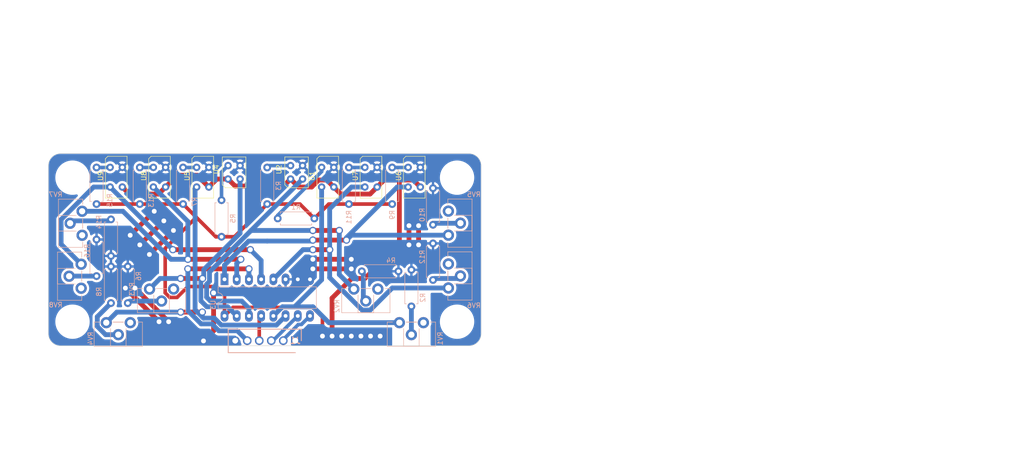
<source format=kicad_pcb>
(kicad_pcb (version 20221018) (generator pcbnew)
  (layers (0 "F.Cu" signal) (31 "B.Cu" signal) (34 "B.Paste" user) (35 "F.Paste" user) (36 "B.SilkS" user "B.Silkscreen") (37 "F.SilkS" user "F.Silkscreen") (38 "B.Mask" user) (39 "F.Mask" user) (44 "Edge.Cuts" user))
  (net 0 "")
  (net 1 "VDD")
  (net 2 "Port_SEL2")
  (net 3 "Port_SEL1")
  (net 4 "Analog_Process")
  (net 5 "Digital_Process")
  (net 6 "GND")
  (net 7 "Net-(R1-Pad2)")
  (net 8 "Net-(R2-Pad1)")
  (net 9 "Net-(R3-Pad2)")
  (net 10 "Net-(R4-Pad1)")
  (net 11 "Net-(R5-Pad2)")
  (net 12 "Net-(R6-Pad1)")
  (net 13 "Net-(R7-Pad2)")
  (net 14 "Net-(R8-Pad1)")
  (net 15 "Net-(R9-Pad2)")
  (net 16 "Net-(R10-Pad1)")
  (net 17 "Net-(R11-Pad2)")
  (net 18 "Net-(R12-Pad1)")
  (net 19 "Net-(R13-Pad2)")
  (net 20 "Net-(R14-Pad1)")
  (net 21 "Net-(R15-Pad2)")
  (net 22 "Net-(R16-Pad1)")
  (net 23 "/Ann_0")
  (net 25 "/Ann_1")
  (net 27 "/Ann_2")
  (net 29 "/Ann_3")
  (net 31 "/Dig_0")
  (net 33 "/Dig_1")
  (net 35 "/Dig_2")
  (net 37 "/Dig_3")
  (footprint "MountingHole:MountingHole_3.2mm_M3" (layer "F.Cu") (at 25 25)
    (fp_text reference "REF**" hide)
    (fp_text value "MountingHole_3.2mm_M3")
    (pad "" np_thru_hole circle (at 0 0) (size 3.2 3.2) (drill 3.2) (layers "F&B.Cu" "*.Mask"))
  )
  (footprint "D4jikkenLibrary:LBR-127HLD" (layer "F.Cu") (at 93.845 29.255 90)
    (fp_text reference "U6" (at 4.6 -1 90 unlocked) (layer "F.SilkS"))
    (fp_text value "LBR-127HLD")
    (pad "1" thru_hole circle (at 6.4 0.98 90) (size 1.524 1.524) (drill 0.762) (layers "*.Cu" "*.Mask") (net 15 "Net-(R9-Pad2)"))
    (pad "2" thru_hole circle (at 6.4 3.52 90) (size 1.524 1.524) (drill 0.762) (layers "*.Cu" "*.Mask") (net 6 "GND"))
    (pad "3" thru_hole circle (at 2.3 0.98 90) (size 1.524 1.524) (drill 0.762) (layers "*.Cu" "*.Mask") (net 31 "/Dig_0"))
    (pad "4" thru_hole circle (at 2.3 3.52 90) (size 1.524 1.524) (drill 0.762) (layers "*.Cu" "*.Mask") (net 1 "VDD"))
  )
  (footprint "MountingHole:MountingHole_3.2mm_M3" (layer "F.Cu") (at 105 55)
    (fp_text reference "REF**" hide)
    (fp_text value "MountingHole_3.2mm_M3" hide)
    (pad "" np_thru_hole circle (at 0 0) (size 3.2 3.2) (drill 3.2) (layers "*.Cu" "*.Mask"))
  )
  (footprint "D4jikkenLibrary:LBR-127HLD" (layer "F.Cu") (at 31.845 29.255 90)
    (fp_text reference "U9" (at 4.6 -1 90 unlocked) (layer "F.SilkS"))
    (fp_text value "LBR-127HLD")
    (pad "1" thru_hole circle (at 6.4 0.98 90) (size 1.524 1.524) (drill 0.762) (layers "*.Cu" "*.Mask") (net 21 "Net-(R15-Pad2)"))
    (pad "2" thru_hole circle (at 6.4 3.52 90) (size 1.524 1.524) (drill 0.762) (layers "*.Cu" "*.Mask") (net 6 "GND"))
    (pad "3" thru_hole circle (at 2.3 0.98 90) (size 1.524 1.524) (drill 0.762) (layers "*.Cu" "*.Mask") (net 37 "/Dig_3"))
    (pad "4" thru_hole circle (at 2.3 3.52 90) (size 1.524 1.524) (drill 0.762) (layers "*.Cu" "*.Mask") (net 1 "VDD"))
  )
  (footprint "D4jikkenLibrary:RPR-220" (layer "F.Cu") (at 55.9625 27.2875 90)
    (fp_text reference "U4" (at 4 -1 90 unlocked) (layer "F.SilkS"))
    (fp_text value "RPR-220")
    (pad "1" thru_hole circle (at 4.8 1.4 270) (size 1.524 1.524) (drill 0.762) (layers "*.Cu" "*.Mask") (net 11 "Net-(R5-Pad2)"))
    (pad "2" thru_hole circle (at 4.8 3.9 270) (size 1.524 1.524) (drill 0.762) (layers "*.Cu" "*.Mask") (net 6 "GND"))
    (pad "3" thru_hole circle (at 2 3.9 270) (size 1.524 1.524) (drill 0.762) (layers "*.Cu" "*.Mask") (net 27 "/Ann_2"))
    (pad "4" thru_hole circle (at 2 1.4 270) (size 1.524 1.524) (drill 0.762) (layers "*.Cu" "*.Mask") (net 1 "VDD"))
  )
  (footprint "D4jikkenLibrary:RPR-220" (layer "F.Cu") (at 68.9625 27.2875 90)
    (fp_text reference "U2" (at 4 -1 90 unlocked) (layer "F.SilkS"))
    (fp_text value "RPR-220")
    (pad "1" thru_hole circle (at 4.8 1.4 270) (size 1.524 1.524) (drill 0.762) (layers "*.Cu" "*.Mask") (net 9 "Net-(R3-Pad2)"))
    (pad "2" thru_hole circle (at 4.8 3.9 270) (size 1.524 1.524) (drill 0.762) (layers "*.Cu" "*.Mask") (net 6 "GND"))
    (pad "3" thru_hole circle (at 2 3.9 270) (size 1.524 1.524) (drill 0.762) (layers "*.Cu" "*.Mask") (net 25 "/Ann_1"))
    (pad "4" thru_hole circle (at 2 1.4 270) (size 1.524 1.524) (drill 0.762) (layers "*.Cu" "*.Mask") (net 1 "VDD"))
  )
  (footprint "D4jikkenLibrary:LBR-127HLD" (layer "F.Cu") (at 49.845 29.255 90)
    (fp_text reference "U5" (at 4.6 -1 90 unlocked) (layer "F.SilkS"))
    (fp_text value "LBR-127HLD")
    (pad "1" thru_hole circle (at 6.4 0.98 90) (size 1.524 1.524) (drill 0.762) (layers "*.Cu" "*.Mask") (net 13 "Net-(R7-Pad2)"))
    (pad "2" thru_hole circle (at 6.4 3.52 90) (size 1.524 1.524) (drill 0.762) (layers "*.Cu" "*.Mask") (net 6 "GND"))
    (pad "3" thru_hole circle (at 2.3 0.98 90) (size 1.524 1.524) (drill 0.762) (layers "*.Cu" "*.Mask") (net 29 "/Ann_3"))
    (pad "4" thru_hole circle (at 2.3 3.52 90) (size 1.524 1.524) (drill 0.762) (layers "*.Cu" "*.Mask") (net 1 "VDD"))
  )
  (footprint "D4jikkenLibrary:LBR-127HLD" (layer "F.Cu") (at 84.845 29.255 90)
    (fp_text reference "U7" (at 4.6 -1 90 unlocked) (layer "F.SilkS"))
    (fp_text value "LBR-127HLD")
    (pad "1" thru_hole circle (at 6.4 0.98 90) (size 1.524 1.524) (drill 0.762) (layers "*.Cu" "*.Mask") (net 17 "Net-(R11-Pad2)"))
    (pad "2" thru_hole circle (at 6.4 3.52 90) (size 1.524 1.524) (drill 0.762) (layers "*.Cu" "*.Mask") (net 6 "GND"))
    (pad "3" thru_hole circle (at 2.3 0.98 90) (size 1.524 1.524) (drill 0.762) (layers "*.Cu" "*.Mask") (net 33 "/Dig_1"))
    (pad "4" thru_hole circle (at 2.3 3.52 90) (size 1.524 1.524) (drill 0.762) (layers "*.Cu" "*.Mask") (net 1 "VDD"))
  )
  (footprint "D4jikkenLibrary:LBR-127HLD" (layer "F.Cu") (at 40.845 29.255 90)
    (fp_text reference "U8" (at 4.6 -1 90 unlocked) (layer "F.SilkS"))
    (fp_text value "LBR-127HLD")
    (pad "1" thru_hole circle (at 6.4 0.98 90) (size 1.524 1.524) (drill 0.762) (layers "*.Cu" "*.Mask") (net 19 "Net-(R13-Pad2)"))
    (pad "2" thru_hole circle (at 6.4 3.52 90) (size 1.524 1.524) (drill 0.762) (layers "*.Cu" "*.Mask") (net 6 "GND"))
    (pad "3" thru_hole circle (at 2.3 0.98 90) (size 1.524 1.524) (drill 0.762) (layers "*.Cu" "*.Mask") (net 35 "/Dig_2"))
    (pad "4" thru_hole circle (at 2.3 3.52 90) (size 1.524 1.524) (drill 0.762) (layers "*.Cu" "*.Mask") (net 1 "VDD"))
  )
  (footprint "D4jikkenLibrary:LBR-127HLD" (layer "F.Cu") (at 75.845 29.255 90)
    (fp_text reference "U1" (at 4.6 -1 90 unlocked) (layer "F.SilkS"))
    (fp_text value "LBR-127HLD")
    (pad "1" thru_hole circle (at 6.4 0.98 90) (size 1.524 1.524) (drill 0.762) (layers "*.Cu" "*.Mask") (net 7 "Net-(R1-Pad2)"))
    (pad "2" thru_hole circle (at 6.4 3.52 90) (size 1.524 1.524) (drill 0.762) (layers "*.Cu" "*.Mask") (net 6 "GND"))
    (pad "3" thru_hole circle (at 2.3 0.98 90) (size 1.524 1.524) (drill 0.762) (layers "*.Cu" "*.Mask") (net 23 "/Ann_0"))
    (pad "4" thru_hole circle (at 2.3 3.52 90) (size 1.524 1.524) (drill 0.762) (layers "*.Cu" "*.Mask") (net 1 "VDD"))
  )
  (footprint "MountingHole:MountingHole_3.2mm_M3" (layer "F.Cu") (at 25 55)
    (fp_text reference "REF**" hide)
    (fp_text value "MountingHole_3.2mm_M3")
    (pad "" np_thru_hole circle (at 0 0) (size 3.2 3.2) (drill 3.2) (layers "F&B.Cu" "*.Mask"))
  )
  (footprint "MountingHole:MountingHole_3.2mm_M3" (layer "F.Cu") (at 105 25)
    (fp_text reference "REF**" hide)
    (fp_text value "MountingHole_3.2mm_M3")
    (pad "" np_thru_hole circle (at 0 0) (size 3.2 3.2) (drill 3.2) (layers "F&B.Cu" "*.Mask"))
  )
  (footprint "Resistor_THT:R_Axial_DIN0207_L6.3mm_D2.5mm_P7.62mm_Horizontal" (layer "B.Cu") (at 75.31 33.5 180)
    (fp_text reference "R1" (at 3.81 2.37) (layer "B.SilkS") (effects (justify mirror)))
    (fp_text value "220")
    (pad "1" thru_hole circle (at 0 0 180) (size 1.6 1.6) (drill 0.8) (layers "*.Cu" "*.Mask") (net 1 "VDD"))
    (pad "2" thru_hole oval (at 7.62 0 180) (size 1.6 1.6) (drill 0.8) (layers "*.Cu" "*.Mask") (net 7 "Net-(R1-Pad2)"))
  )
  (footprint "Potentiometer_THT:Potentiometer_ACP_CA9-H2,5_Horizontal" (layer "B.Cu") (at 103.2 36.975)
    (fp_text reference "RV5" (at 5.3 -8.475) (layer "B.SilkS") (effects (justify mirror)))
    (fp_text value "50k")
    (pad "1" thru_hole circle (at 0 0) (size 2.34 2.34) (drill 1.3) (layers "*.Cu" "*.Mask") (net 31 "/Dig_0"))
    (pad "2" thru_hole circle (at 2.5 -2.5) (size 2.34 2.34) (drill 1.3) (layers "*.Cu" "*.Mask") (net 16 "Net-(R10-Pad1)"))
    (pad "3" thru_hole circle (at 0 -5) (size 2.34 2.34) (drill 1.3) (layers "*.Cu" "*.Mask"))
  )
  (footprint "Resistor_THT:R_Axial_DIN0207_L6.3mm_D2.5mm_P7.62mm_Horizontal" (layer "B.Cu") (at 85.19 44.5)
    (fp_text reference "R4" (at 6.06 -2.25) (layer "B.SilkS") (effects (justify mirror)))
    (fp_text value "100k")
    (pad "1" thru_hole circle (at 0 0) (size 1.6 1.6) (drill 0.8) (layers "*.Cu" "*.Mask") (net 10 "Net-(R4-Pad1)"))
    (pad "2" thru_hole oval (at 7.62 0) (size 1.6 1.6) (drill 0.8) (layers "*.Cu" "*.Mask") (net 6 "GND"))
  )
  (footprint "Potentiometer_THT:Potentiometer_ACP_CA9-H2,5_Horizontal" (layer "B.Cu") (at 41.025 48.2 -90)
    (fp_text reference "RV3" (at 0 3.65 90) (layer "B.SilkS") (effects (justify mirror)))
    (fp_text value "50k")
    (pad "1" thru_hole circle (at 0 0 270) (size 2.34 2.34) (drill 1.3) (layers "*.Cu" "*.Mask") (net 27 "/Ann_2"))
    (pad "2" thru_hole circle (at 2.5 -2.5 270) (size 2.34 2.34) (drill 1.3) (layers "*.Cu" "*.Mask") (net 12 "Net-(R6-Pad1)"))
    (pad "3" thru_hole circle (at 0 -5 270) (size 2.34 2.34) (drill 1.3) (layers "*.Cu" "*.Mask"))
  )
  (footprint "Resistor_THT:R_Axial_DIN0207_L6.3mm_D2.5mm_P7.62mm_Horizontal" (layer "B.Cu") (at 48 30.5 90)
    (fp_text reference "R7" (at 0.5 2.37 90) (layer "B.SilkS") (effects (justify mirror)))
    (fp_text value "220")
    (pad "1" thru_hole circle (at 0 0 90) (size 1.6 1.6) (drill 0.8) (layers "*.Cu" "*.Mask") (net 1 "VDD"))
    (pad "2" thru_hole oval (at 7.62 0 90) (size 1.6 1.6) (drill 0.8) (layers "*.Cu" "*.Mask") (net 13 "Net-(R7-Pad2)"))
  )
  (footprint "Resistor_THT:R_Axial_DIN0207_L6.3mm_D2.5mm_P7.62mm_Horizontal" (layer "B.Cu") (at 30 30.5 90)
    (fp_text reference "R15" (at 0.75 2.75 90) (layer "B.SilkS") (effects (justify mirror)))
    (fp_text value "220")
    (pad "1" thru_hole circle (at 0 0 90) (size 1.6 1.6) (drill 0.8) (layers "*.Cu" "*.Mask") (net 1 "VDD"))
    (pad "2" thru_hole oval (at 7.62 0 90) (size 1.6 1.6) (drill 0.8) (layers "*.Cu" "*.Mask") (net 21 "Net-(R15-Pad2)"))
  )
  (footprint "Resistor_THT:R_Axial_DIN0207_L6.3mm_D2.5mm_P7.62mm_Horizontal" (layer "B.Cu") (at 33 51.12 90)
    (fp_text reference "R8" (at 2.37 -2.5 90) (layer "B.SilkS") (effects (justify mirror)))
    (fp_text value "100k")
    (pad "1" thru_hole circle (at 0 0 90) (size 1.6 1.6) (drill 0.8) (layers "*.Cu" "*.Mask") (net 14 "Net-(R8-Pad1)"))
    (pad "2" thru_hole oval (at 7.62 0 90) (size 1.6 1.6) (drill 0.8) (layers "*.Cu" "*.Mask") (net 6 "GND"))
  )
  (footprint "Potentiometer_THT:Potentiometer_ACP_CA9-H2,5_Horizontal" (layer "B.Cu") (at 83.525 48.2 -90)
    (fp_text reference "RV2" (at 3.55 3.525 90) (layer "B.SilkS") (effects (justify mirror)))
    (fp_text value "50k")
    (pad "1" thru_hole circle (at 0 0 270) (size 2.34 2.34) (drill 1.3) (layers "*.Cu" "*.Mask") (net 25 "/Ann_1"))
    (pad "2" thru_hole circle (at 2.5 -2.5 270) (size 2.34 2.34) (drill 1.3) (layers "*.Cu" "*.Mask") (net 10 "Net-(R4-Pad1)"))
    (pad "3" thru_hole circle (at 0 -5 270) (size 2.34 2.34) (drill 1.3) (layers "*.Cu" "*.Mask"))
  )
  (footprint "Resistor_THT:R_Axial_DIN0207_L6.3mm_D2.5mm_P7.62mm_Horizontal" (layer "B.Cu") (at 82.5 30.5 90)
    (fp_text reference "R11" (at -2.75 0 90) (layer "B.SilkS") (effects (justify mirror)))
    (fp_text value "220")
    (pad "1" thru_hole circle (at 0 0 90) (size 1.6 1.6) (drill 0.8) (layers "*.Cu" "*.Mask") (net 1 "VDD"))
    (pad "2" thru_hole oval (at 7.62 0 90) (size 1.6 1.6) (drill 0.8) (layers "*.Cu" "*.Mask") (net 17 "Net-(R11-Pad2)"))
  )
  (footprint "Potentiometer_THT:Potentiometer_ACP_CA9-H2,5_Horizontal" (layer "B.Cu") (at 27 32 180)
    (fp_text reference "RV7" (at 5.5 3.5) (layer "B.SilkS") (effects (justify mirror)))
    (fp_text value "50k")
    (pad "1" thru_hole circle (at 0 0 180) (size 2.34 2.34) (drill 1.3) (layers "*.Cu" "*.Mask") (net 35 "/Dig_2"))
    (pad "2" thru_hole circle (at 2.5 -2.5 180) (size 2.34 2.34) (drill 1.3) (layers "*.Cu" "*.Mask") (net 20 "Net-(R14-Pad1)"))
    (pad "3" thru_hole circle (at 0 -5 180) (size 2.34 2.34) (drill 1.3) (layers "*.Cu" "*.Mask"))
  )
  (footprint "Resistor_THT:R_Axial_DIN0207_L6.3mm_D2.5mm_P7.62mm_Horizontal" (layer "B.Cu") (at 91.5 30.5 90)
    (fp_text reference "R9" (at -2.25 0 90) (layer "B.SilkS") (effects (justify mirror)))
    (fp_text value "220")
    (pad "1" thru_hole circle (at 0 0 90) (size 1.6 1.6) (drill 0.8) (layers "*.Cu" "*.Mask") (net 1 "VDD"))
    (pad "2" thru_hole oval (at 7.62 0 90) (size 1.6 1.6) (drill 0.8) (layers "*.Cu" "*.Mask") (net 15 "Net-(R9-Pad2)"))
  )
  (footprint "Resistor_THT:R_Axial_DIN0207_L6.3mm_D2.5mm_P7.62mm_Horizontal" (layer "B.Cu") (at 56 37.31 90)
    (fp_text reference "R5" (at 3.81 2.37 90) (layer "B.SilkS") (effects (justify mirror)))
    (fp_text value "220")
    (pad "1" thru_hole circle (at 0 0 90) (size 1.6 1.6) (drill 0.8) (layers "*.Cu" "*.Mask") (net 1 "VDD"))
    (pad "2" thru_hole oval (at 7.62 0 90) (size 1.6 1.6) (drill 0.8) (layers "*.Cu" "*.Mask") (net 11 "Net-(R5-Pad2)"))
  )
  (footprint "Potentiometer_THT:Potentiometer_ACP_CA9-H2,5_Horizontal" (layer "B.Cu") (at 26.8 43.025 180)
    (fp_text reference "RV8" (at 5.3 -8.475) (layer "B.SilkS") (effects (justify mirror)))
    (fp_text value "50k")
    (pad "1" thru_hole circle (at 0 0 180) (size 2.34 2.34) (drill 1.3) (layers "*.Cu" "*.Mask") (net 37 "/Dig_3"))
    (pad "2" thru_hole circle (at 2.5 -2.5 180) (size 2.34 2.34) (drill 1.3) (layers "*.Cu" "*.Mask") (net 22 "Net-(R16-Pad1)"))
    (pad "3" thru_hole circle (at 0 -5 180) (size 2.34 2.34) (drill 1.3) (layers "*.Cu" "*.Mask"))
  )
  (footprint "Resistor_THT:R_Axial_DIN0207_L6.3mm_D2.5mm_P7.62mm_Horizontal" (layer "B.Cu") (at 95.5 51.81 90)
    (fp_text reference "R2" (at 1.81 2.37 90) (layer "B.SilkS") (effects (justify mirror)))
    (fp_text value "100k")
    (pad "1" thru_hole circle (at 0 0 90) (size 1.6 1.6) (drill 0.8) (layers "*.Cu" "*.Mask") (net 8 "Net-(R2-Pad1)"))
    (pad "2" thru_hole oval (at 7.62 0 90) (size 1.6 1.6) (drill 0.8) (layers "*.Cu" "*.Mask") (net 6 "GND"))
  )
  (footprint "Resistor_THT:R_Axial_DIN0207_L6.3mm_D2.5mm_P7.62mm_Horizontal" (layer "B.Cu") (at 65.5 30.5 90)
    (fp_text reference "R3" (at 3.81 2.37 90) (layer "B.SilkS") (effects (justify mirror)))
    (fp_text value "220")
    (pad "1" thru_hole circle (at 0 0 90) (size 1.6 1.6) (drill 0.8) (layers "*.Cu" "*.Mask") (net 1 "VDD"))
    (pad "2" thru_hole oval (at 7.62 0 90) (size 1.6 1.6) (drill 0.8) (layers "*.Cu" "*.Mask") (net 9 "Net-(R3-Pad2)"))
  )
  (footprint "Resistor_THT:R_Axial_DIN0207_L6.3mm_D2.5mm_P7.62mm_Horizontal" (layer "B.Cu") (at 33 33.69 -90)
    (fp_text reference "R14" (at 0.56 2.5 90) (layer "B.SilkS") (effects (justify mirror)))
    (fp_text value "100k")
    (pad "1" thru_hole circle (at 0 0 270) (size 1.6 1.6) (drill 0.8) (layers "*.Cu" "*.Mask") (net 20 "Net-(R14-Pad1)"))
    (pad "2" thru_hole oval (at 7.62 0 270) (size 1.6 1.6) (drill 0.8) (layers "*.Cu" "*.Mask") (net 6 "GND"))
  )
  (footprint "Package_DIP:DIP-16_W7.62mm_LongPads" (layer "B.Cu") (at 56.625 46.175 -90)
    (fp_text reference "U3" (at 5.325 2.375 90) (layer "B.SilkS") (effects (justify mirror)))
    (fp_text value "4052")
    (pad "1" thru_hole rect (at 0 0 270) (size 2.4 1.6) (drill 0.8) (layers "*.Cu" "*.Mask") (net 31 "/Dig_0"))
    (pad "2" thru_hole oval (at 0 -2.54 270) (size 2.4 1.6) (drill 0.8) (layers "*.Cu" "*.Mask") (net 35 "/Dig_2"))
    (pad "3" thru_hole oval (at 0 -5.08 270) (size 2.4 1.6) (drill 0.8) (layers "*.Cu" "*.Mask") (net 5 "Digital_Process"))
    (pad "4" thru_hole oval (at 0 -7.62 270) (size 2.4 1.6) (drill 0.8) (layers "*.Cu" "*.Mask") (net 37 "/Dig_3"))
    (pad "5" thru_hole oval (at 0 -10.16 270) (size 2.4 1.6) (drill 0.8) (layers "*.Cu" "*.Mask") (net 33 "/Dig_1"))
    (pad "6" thru_hole oval (at 0 -12.7 270) (size 2.4 1.6) (drill 0.8) (layers "*.Cu" "*.Mask") (net 6 "GND"))
    (pad "7" thru_hole oval (at 0 -15.24 270) (size 2.4 1.6) (drill 0.8) (layers "*.Cu" "*.Mask") (net 6 "GND"))
    (pad "8" thru_hole oval (at 0 -17.78 270) (size 2.4 1.6) (drill 0.8) (layers "*.Cu" "*.Mask") (net 6 "GND"))
    (pad "9" thru_hole oval (at 7.62 -17.78 270) (size 2.4 1.6) (drill 0.8) (layers "*.Cu" "*.Mask") (net 2 "Port_SEL2"))
    (pad "10" thru_hole oval (at 7.62 -15.24 270) (size 2.4 1.6) (drill 0.8) (layers "*.Cu" "*.Mask") (net 3 "Port_SEL1"))
    (pad "11" thru_hole oval (at 7.62 -12.7 270) (size 2.4 1.6) (drill 0.8) (layers "*.Cu" "*.Mask") (net 29 "/Ann_3"))
    (pad "12" thru_hole oval (at 7.62 -10.16 270) (size 2.4 1.6) (drill 0.8) (layers "*.Cu" "*.Mask") (net 23 "/Ann_0"))
    (pad "13" thru_hole oval (at 7.62 -7.62 270) (size 2.4 1.6) (drill 0.8) (layers "*.Cu" "*.Mask") (net 4 "Analog_Process"))
    (pad "14" thru_hole oval (at 7.62 -5.08 270) (size 2.4 1.6) (drill 0.8) (layers "*.Cu" "*.Mask") (net 25 "/Ann_1"))
    (pad "15" thru_hole oval (at 7.62 -2.54 270) (size 2.4 1.6) (drill 0.8) (layers "*.Cu" "*.Mask") (net 27 "/Ann_2"))
    (pad "16" thru_hole oval (at 7.62 0 270) (size 2.4 1.6) (drill 0.8) (layers "*.Cu" "*.Mask") (net 1 "VDD"))
  )
  (footprint "Potentiometer_THT:Potentiometer_ACP_CA9-H2,5_Horizontal" (layer "B.Cu") (at 32.025 55.2 -90)
    (fp_text reference "RV4" (at 3.3 3.275 90) (layer "B.SilkS") (effects (justify mirror)))
    (fp_text value "50k")
    (pad "1" thru_hole circle (at 0 0 270) (size 2.34 2.34) (drill 1.3) (layers "*.Cu" "*.Mask") (net 29 "/Ann_3"))
    (pad "2" thru_hole circle (at 2.5 -2.5 270) (size 2.34 2.34) (drill 1.3) (layers "*.Cu" "*.Mask") (net 14 "Net-(R8-Pad1)"))
    (pad "3" thru_hole circle (at 0 -5 270) (size 2.34 2.34) (drill 1.3) (layers "*.Cu" "*.Mask"))
  )
  (footprint "Potentiometer_THT:Potentiometer_ACP_CA9-H2,5_Horizontal" (layer "B.Cu") (at 93 55.2 -90)
    (fp_text reference "RV1" (at 3.3 -8.5 90) (layer "B.SilkS") (effects (justify mirror)))
    (fp_text value "50k")
    (pad "1" thru_hole circle (at 0 0 270) (size 2.34 2.34) (drill 1.3) (layers "*.Cu" "*.Mask") (net 23 "/Ann_0"))
    (pad "2" thru_hole circle (at 2.5 -2.5 270) (size 2.34 2.34) (drill 1.3) (layers "*.Cu" "*.Mask") (net 8 "Net-(R2-Pad1)"))
    (pad "3" thru_hole circle (at 0 -5 270) (size 2.34 2.34) (drill 1.3) (layers "*.Cu" "*.Mask"))
  )
  (footprint "Resistor_THT:R_Axial_DIN0207_L6.3mm_D2.5mm_P7.62mm_Horizontal" (layer "B.Cu") (at 39 30.5 90)
    (fp_text reference "R13" (at 0.75 2.37 90) (layer "B.SilkS") (effects (justify mirror)))
    (fp_text value "220")
    (pad "1" thru_hole circle (at 0 0 90) (size 1.6 1.6) (drill 0.8) (layers "*.Cu" "*.Mask") (net 1 "VDD"))
    (pad "2" thru_hole oval (at 7.62 0 90) (size 1.6 1.6) (drill 0.8) (layers "*.Cu" "*.Mask") (net 19 "Net-(R13-Pad2)"))
  )
  (footprint "Resistor_THT:R_Axial_DIN0207_L6.3mm_D2.5mm_P7.62mm_Horizontal" (layer "B.Cu") (at 100 34.81 90)
    (fp_text reference "R10" (at 2.06 -2.25 90) (layer "B.SilkS") (effects (justify mirror)))
    (fp_text value "100k")
    (pad "1" thru_hole circle (at 0 0 90) (size 1.6 1.6) (drill 0.8) (layers "*.Cu" "*.Mask") (net 16 "Net-(R10-Pad1)"))
    (pad "2" thru_hole oval (at 7.62 0 90) (size 1.6 1.6) (drill 0.8) (layers "*.Cu" "*.Mask") (net 6 "GND"))
  )
  (footprint "Potentiometer_THT:Potentiometer_ACP_CA9-H2,5_Horizontal" (layer "B.Cu") (at 103.2 47.975)
    (fp_text reference "RV6" (at 5.3 3.65) (layer "B.SilkS") (effects (justify mirror)))
    (fp_text value "50k")
    (pad "1" thru_hole circle (at 0 0) (size 2.34 2.34) (drill 1.3) (layers "*.Cu" "*.Mask") (net 33 "/Dig_1"))
    (pad "2" thru_hole circle (at 2.5 -2.5) (size 2.34 2.34) (drill 1.3) (layers "*.Cu" "*.Mask") (net 18 "Net-(R12-Pad1)"))
    (pad "3" thru_hole circle (at 0 -5) (size 2.34 2.34) (drill 1.3) (layers "*.Cu" "*.Mask"))
  )
  (footprint "Resistor_THT:R_Axial_DIN0207_L6.3mm_D2.5mm_P7.62mm_Horizontal" (layer "B.Cu") (at 36.5 51.12 90)
    (fp_text reference "R6" (at 5.62 2.25 90) (layer "B.SilkS") (effects (justify mirror)))
    (fp_text value "100k")
    (pad "1" thru_hole circle (at 0 0 90) (size 1.6 1.6) (drill 0.8) (layers "*.Cu" "*.Mask") (net 12 "Net-(R6-Pad1)"))
    (pad "2" thru_hole oval (at 7.62 0 90) (size 1.6 1.6) (drill 0.8) (layers "*.Cu" "*.Mask") (net 6 "GND"))
  )
  (footprint "Resistor_THT:R_Axial_DIN0207_L6.3mm_D2.5mm_P7.62mm_Horizontal" (layer "B.Cu") (at 30 45.5 90)
    (fp_text reference "R16" (at 5.25 -2 90) (layer "B.SilkS") (effects (justify mirror)))
    (fp_text value "100k")
    (pad "1" thru_hole circle (at 0 0 90) (size 1.6 1.6) (drill 0.8) (layers "*.Cu" "*.Mask") (net 22 "Net-(R16-Pad1)"))
    (pad "2" thru_hole oval (at 7.62 0 90) (size 1.6 1.6) (drill 0.8) (layers "*.Cu" "*.Mask") (net 6 "GND"))
  )
  (footprint "Resistor_THT:R_Axial_DIN0207_L6.3mm_D2.5mm_P7.62mm_Horizontal" (layer "B.Cu") (at 100 46.31 90)
    (fp_text reference "R12" (at 4.81 -2.25 90) (layer "B.SilkS") (effects (justify mirror)))
    (fp_text value "100k")
    (pad "1" thru_hole circle (at 0 0 90) (size 1.6 1.6) (drill 0.8) (layers "*.Cu" "*.Mask") (net 18 "Net-(R12-Pad1)"))
    (pad "2" thru_hole oval (at 7.62 0 90) (size 1.6 1.6) (drill 0.8) (layers "*.Cu" "*.Mask") (net 6 "GND"))
  )
  (footprint "SamacSys:SHDR6W69P0X250_1X6_1500X490X1040P" (layer "B.Cu") (at 71.35 58.95 180)
    (fp_text reference "J1" (at 0 0) (layer "B.SilkS") (effects (font (size 1.27 1.27) (thickness 0.254)) (justify mirror)))
    (fp_text value "Maincircuit" hide)
    (pad "1" thru_hole rect (at 0 0 180) (size 1.8 1.8) (drill 1.2) (layers "*.Cu" "*.Mask") (net 1 "VDD"))
    (pad "2" thru_hole circle (at 2.5 0 180) (size 1.8 1.8) (drill 1.2) (layers "*.Cu" "*.Mask") (net 2 "Port_SEL2"))
    (pad "3" thru_hole circle (at 5 0 180) (size 1.8 1.8) (drill 1.2) (layers "*.Cu" "*.Mask") (net 3 "Port_SEL1"))
    (pad "4" thru_hole circle (at 7.5 0 180) (size 1.8 1.8) (drill 1.2) (layers "*.Cu" "*.Mask") (net 4 "Analog_Process"))
    (pad "5" thru_hole circle (at 10 0 180) (size 1.8 1.8) (drill 1.2) (layers "*.Cu" "*.Mask") (net 5 "Digital_Process"))
    (pad "6" thru_hole circle (at 12.5 0 180) (size 1.8 1.8) (drill 1.2) (layers "*.Cu" "*.Mask") (net 6 "GND"))
  )
  (gr_line (start 20 57.5) (end 20 22.5) (stroke (width 0.1)) (layer "Edge.Cuts"))
  (gr_line (start 107.5 60) (end 22.5 60) (stroke (width 0.1)) (layer "Edge.Cuts"))
  (gr_line (start 107.5 20) (end 22.5 20) (stroke (width 0.1)) (layer "Edge.Cuts"))
  (gr_line (start 110 22.5) (end 110 57.5) (stroke (width 0.1)) (layer "Edge.Cuts"))
  (gr_arc (start 22.5 60) (mid 20.732233 59.267767) (end 20 57.5) (stroke (width 0.1)) (layer "Edge.Cuts"))
  (gr_arc (start 110 57.5) (mid 109.267767 59.267767) (end 107.5 60) (stroke (width 0.1)) (layer "Edge.Cuts"))
  (gr_arc (start 107.5 20) (mid 109.267767 20.732233) (end 110 22.5) (stroke (width 0.1)) (layer "Edge.Cuts"))
  (gr_arc (start 20 22.5) (mid 20.732233 20.732233) (end 22.5 20) (stroke (width 0.1)) (layer "Edge.Cuts"))
  (segment (start 79.365 26.955) (end 80.827 28.417) (width 1) (layer "F.Cu") (net 1))
  (segment (start 82.5 30.5) (end 91.5 30.5) (width 0.75) (layer "F.Cu") (net 1))
  (segment (start 74.974544 52.02) (end 58.4 52.02) (width 0.75) (layer "F.Cu") (net 1))
  (segment (start 95.903 25.493) (end 97.365 26.955) (width 1) (layer "F.Cu") (net 1))
  (segment (start 72.31 30.5) (end 65.5 30.5) (width 0.75) (layer "F.Cu") (net 1))
  (segment (start 77 54.045456) (end 74.974544 52.02) (width 0.75) (layer "F.Cu") (net 1))
  (segment (start 82.5 30.5) (end 78.31 30.5) (width 0.75) (layer "F.Cu") (net 1))
  (segment (start 39 30.5) (end 30 30.5) (width 0.75) (layer "F.Cu") (net 1))
  (segment (start 44.28 48.987197) (end 44.28 39.716167) (width 0.75) (layer "F.Cu") (net 1))
  (segment (start 88.365 26.955) (end 89.827 25.493) (width 1) (layer "F.Cu") (net 1))
  (segment (start 85.811321 46) (end 93 38.811321) (width 1) (layer "F.Cu") (net 1))
  (segment (start 44.365 26.955) (end 42.903 28.417) (width 1) (layer "F.Cu") (net 1))
  (segment (start 72.03 26.955) (end 74.757419 26.955) (width 1) (layer "F.Cu") (net 1))
  (segment (start 58.8245 26.7495) (end 68.9005 26.7495) (width 1) (layer "F.Cu") (net 1))
  (segment (start 89.827 25.493) (end 93 25.493) (width 1) (layer "F.Cu") (net 1))
  (segment (start 56.625 49.401667) (end 54.898333 47.675) (width 0.75) (layer "F.Cu") (net 1))
  (segment (start 44.28 39.716167) (end 50.746167 33.25) (width 0.75) (layer "F.Cu") (net 1))
  (segment (start 57.3625 25.2875) (end 55.0325 25.2875) (width 1) (layer "F.Cu") (net 1))
  (segment (start 44.365 26.955) (end 46.82 24.5) (width 1) (layer "F.Cu") (net 1))
  (segment (start 79 58) (end 79 50.08042) (width 1) (layer "F.Cu") (net 1))
  (segment (start 56 37.31) (end 54.81 37.31) (width 0.75) (layer "F.Cu") (net 1))
  (segment (start 74.757419 26.955) (end 76.219419 25.493) (width 1) (layer "F.Cu") (net 1))
  (segment (start 46.747803 49.945) (end 45.237803 49.945) (width 0.75) (layer "F.Cu") (net 1))
  (segment (start 65.5 30.5) (end 58.69 37.31) (width 0.75) (layer "F.Cu") (net 1))
  (segment (start 54.81 37.31) (end 50.75 33.25) (width 0.75) (layer "F.Cu") (net 1))
  (segment (start 49.017803 47.675) (end 46.747803 49.945) (width 0.75) (layer "F.Cu") (net 1))
  (segment (start 70.3625 25.2875) (end 72.03 26.955) (width 1) (layer "F.Cu") (net 1))
  (segment (start 56.625 53.795) (end 56.625 49.401667) (width 0.75) (layer "F.Cu") (net 1))
  (segment (start 78.31 30.5) (end 75.31 33.5) (width 0.75) (layer "F.Cu") (net 1))
  (segment (start 83.08042 46) (end 85.811321 46) (width 1) (layer "F.Cu") (net 1))
  (segment (start 77 58) (end 77 54.045456) (width 0.75) (layer "F.Cu") (net 1))
  (segment (start 46.82 24.5) (end 50.91 24.5) (width 1) (layer "F.Cu") (net 1))
  (segment (start 93 38.811321) (end 93 25.493) (width 1) (layer "F.Cu") (net 1))
  (segment (start 79 50.08042) (end 83.08042 46) (width 1) (layer "F.Cu") (net 1))
  (segment (start 76.219419 25.493) (end 77.903 25.493) (width 1) (layer "F.Cu") (net 1))
  (segment (start 75.31 33.5) (end 72.31 30.5) (width 0.75) (layer "F.Cu") (net 1))
  (segment (start 50.91 24.5) (end 53.365 26.955) (width 1) (layer "F.Cu") (net 1))
  (segment (start 42.903 28.417) (end 36.827 28.417) (width 1) (layer "F.Cu") (net 1))
  (segment (start 36.827 28.417) (end 35.365 26.955) (width 1) (layer "F.Cu") (net 1))
  (segment (start 55.0325 25.2875) (end 53.365 26.955) (width 1) (layer "F.Cu") (net 1))
  (segment (start 77.903 25.493) (end 79.365 26.955) (width 1) (layer "F.Cu") (net 1))
  (segment (start 57.3625 25.2875) (end 58.8245 26.7495) (width 1) (layer "F.Cu") (net 1))
  (segment (start 86.903 28.417) (end 88.365 26.955) (width 1) (layer "F.Cu") (net 1))
  (segment (start 68.9005 26.7495) (end 70.3625 25.2875) (width 1) (layer "F.Cu") (net 1))
  (segment (start 45.237803 49.945) (end 44.28 48.987197) (width 0.75) (layer "F.Cu") (net 1))
  (segment (start 58.4 52.02) (end 56.625 53.795) (width 0.75) (layer "F.Cu") (net 1))
  (segment (start 54.898333 47.675) (end 49.017803 47.675) (width 0.75) (layer "F.Cu") (net 1))
  (segment (start 80.827 28.417) (end 86.903 28.417) (width 1) (layer "F.Cu") (net 1))
  (segment (start 58.69 37.31) (end 56 37.31) (width 0.75) (layer "F.Cu") (net 1))
  (segment (start 50.75 33.25) (end 48 30.5) (width 0.75) (layer "F.Cu") (net 1))
  (segment (start 93 25.493) (end 95.903 25.493) (width 1) (layer "F.Cu") (net 1))
  (segment (start 48 30.5) (end 39 30.5) (width 0.75) (layer "F.Cu") (net 1))
  (segment (start 50.746167 33.25) (end 50.75 33.25) (width 0.75) (layer "F.Cu") (net 1))
  (via (at 77 58) (size 1.5) (drill 1) (layers "F.Cu" "B.Cu") (net 1))
  (via (at 85 58) (size 1.5) (drill 1) (layers "F.Cu" "B.Cu") (net 1))
  (via (at 83 58) (size 1.5) (drill 1) (layers "F.Cu" "B.Cu") (net 1))
  (via (at 81 58) (size 1.5) (drill 1) (layers "F.Cu" "B.Cu") (net 1))
  (via (at 79 58) (size 1.5) (drill 1) (layers "F.Cu" "B.Cu") (net 1))
  (via (at 87 58) (size 1.5) (drill 1) (layers "F.Cu" "B.Cu") (net 1))
  (via (at 89 58) (size 1.5) (drill 1) (layers "F.Cu" "B.Cu") (net 1))
  (segment (start 68.85 58.72) (end 72 55.57) (width 0.75) (layer "B.Cu") (net 2))
  (segment (start 68.85 58.95) (end 68.85 58.72) (width 0.75) (layer "B.Cu") (net 2))
  (segment (start 72.63 55.57) (end 74.405 53.795) (width 0.75) (layer "B.Cu") (net 2))
  (segment (start 72 55.57) (end 72.63 55.57) (width 0.75) (layer "B.Cu") (net 2))
  (segment (start 66.71 58.95) (end 71.865 53.795) (width 0.75) (layer "B.Cu") (net 3))
  (segment (start 66.35 58.95) (end 66.71 58.95) (width 0.75) (layer "B.Cu") (net 3))
  (segment (start 63.85 58.95) (end 63.85 54.19) (width 0.75) (layer "F.Cu") (net 4))
  (segment (start 63.85 54.19) (end 64.245 53.795) (width 0.75) (layer "F.Cu") (net 4))
  (segment (start 61.705 44) (end 49 44) (width 1) (layer "F.Cu") (net 5))
  (via (at 49 44) (size 1.5) (drill 1) (layers "F.Cu" "B.Cu") (net 5))
  (via (at 61.705 44) (size 1.5) (drill 1) (layers "F.Cu" "B.Cu") (net 5))
  (segment (start 55.447944 56.895) (end 59.295 56.895) (width 1) (layer "B.Cu") (net 5))
  (segment (start 51.752944 55.45) (end 54.002944 55.45) (width 1) (layer "B.Cu") (net 5))
  (segment (start 49 52.697056) (end 51.752944 55.45) (width 1) (layer "B.Cu") (net 5))
  (segment (start 61.705 44) (end 61.705 46.175) (width 1) (layer "B.Cu") (net 5))
  (segment (start 54.002944 55.45) (end 55.447944 56.895) (width 1) (layer "B.Cu") (net 5))
  (segment (start 49 44) (end 49 52.697056) (width 1) (layer "B.Cu") (net 5))
  (segment (start 59.295 56.895) (end 61.35 58.95) (width 1) (layer "B.Cu") (net 5))
  (segment (start 95 39) (end 95 35) (width 1) (layer "F.Cu") (net 6))
  (segment (start 38 48) (end 45 55) (width 1) (layer "F.Cu") (net 6))
  (segment (start 41 41) (end 46 36) (width 1) (layer "F.Cu") (net 6))
  (segment (start 54.3495 56.9005) (end 54.3495 49) (width 1) (layer "F.Cu") (net 6))
  (segment (start 39 39) (end 44 34) (width 1) (layer "F.Cu") (net 6))
  (segment (start 75 44) (end 83 44) (width 1) (layer "F.Cu") (net 6))
  (segment (start 83 42) (end 75 42) (width 1) (layer "F.Cu") (net 6))
  (segment (start 52.25 59) (end 54.3495 56.9005) (width 1) (layer "F.Cu") (net 6))
  (segment (start 97 39) (end 97 35) (width 1) (layer "F.Cu") (net 6))
  (segment (start 37 37) (end 42 32) (width 1) (layer "F.Cu") (net 6))
  (segment (start 36 48) (end 43 55) (width 1) (layer "F.Cu") (net 6))
  (via (at 97 39) (size 1.5) (drill 1) (layers "F.Cu" "B.Cu") (net 6))
  (via (at 54.3495 49) (size 1.5) (drill 1) (layers "F.Cu" "B.Cu") (net 6))
  (via (at 38 48) (size 1.5) (drill 1) (layers "F.Cu" "B.Cu") (net 6))
  (via (at 95 35) (size 1.5) (drill 1) (layers "F.Cu" "B.Cu") (net 6))
  (via (at 41 41) (size 1.5) (drill 1) (layers "F.Cu" "B.Cu") (net 6))
  (via (at 75 44) (size 1.5) (drill 1) (layers "F.Cu" "B.Cu") (net 6))
  (via (at 52.25 59) (size 1.5) (drill 1) (layers "F.Cu" "B.Cu") (net 6))
  (via (at 75 42) (size 1.5) (drill 1) (layers "F.Cu" "B.Cu") (net 6))
  (via (at 43 55) (size 1.5) (drill 1) (layers "F.Cu" "B.Cu") (net 6))
  (via (at 36 48) (size 1.5) (drill 1) (layers "F.Cu" "B.Cu") (net 6))
  (via (at 83 44) (size 1.5) (drill 1) (layers "F.Cu" "B.Cu") (net 6))
  (via (at 46 36) (size 1.5) (drill 1) (layers "F.Cu" "B.Cu") (net 6))
  (via (at 44 34) (size 1.5) (drill 1) (layers "F.Cu" "B.Cu") (net 6))
  (via (at 42 32) (size 1.5) (drill 1) (layers "F.Cu" "B.Cu") (net 6))
  (via (at 95 39) (size 1.5) (drill 1) (layers "F.Cu" "B.Cu") (net 6))
  (via (at 45 55) (size 1.5) (drill 1) (layers "F.Cu" "B.Cu") (net 6))
  (via (at 97 35) (size 1.5) (drill 1) (layers "F.Cu" "B.Cu") (net 6))
  (via (at 83 42) (size 1.5) (drill 1) (layers "F.Cu" "B.Cu") (net 6))
  (via (at 39 39) (size 1.5) (drill 1) (layers "F.Cu" "B.Cu") (net 6))
  (via (at 37 37) (size 1.5) (drill 1) (layers "F.Cu" "B.Cu") (net 6))
  (segment (start 76.825 23.720694) (end 67.69 32.855694) (width 0.75) (layer "B.Cu") (net 7))
  (segment (start 76.825 22.855) (end 76.825 23.720694) (width 0.75) (layer "B.Cu") (net 7))
  (segment (start 67.69 32.855694) (end 67.69 33.5) (width 0.75) (layer "B.Cu") (net 7))
  (segment (start 95.5 51.81) (end 95.5 57.7) (width 1) (layer "B.Cu") (net 8))
  (segment (start 65.8925 22.4875) (end 65.5 22.88) (width 0.75) (layer "B.Cu") (net 9))
  (segment (start 70.3625 22.4875) (end 65.8925 22.4875) (width 0.75) (layer "B.Cu") (net 9))
  (segment (start 86.025 50.7) (end 85.5 50.175) (width 1) (layer "B.Cu") (net 10))
  (segment (start 85.5 44.81) (end 85.19 44.5) (width 1) (layer "B.Cu") (net 10))
  (segment (start 85.5 50.175) (end 85.5 44.81) (width 1) (layer "B.Cu") (net 10))
  (segment (start 57.3625 22.4875) (end 56 23.85) (width 0.75) (layer "B.Cu") (net 11))
  (segment (start 56 23.85) (end 56 29.69) (width 0.75) (layer "B.Cu") (net 11))
  (segment (start 43.525 50.7) (end 36.92 50.7) (width 1) (layer "B.Cu") (net 12))
  (segment (start 36.92 50.7) (end 36.5 51.12) (width 1) (layer "B.Cu") (net 12))
  (segment (start 50.8 22.88) (end 50.825 22.855) (width 0.75) (layer "B.Cu") (net 13))
  (segment (start 48 22.88) (end 50.8 22.88) (width 0.75) (layer "B.Cu") (net 13))
  (segment (start 31.88042 57.7) (end 34.525 57.7) (width 1) (layer "B.Cu") (net 14))
  (segment (start 33 51.12) (end 30.155 53.965) (width 1) (layer "B.Cu") (net 14))
  (segment (start 30.155 55.97458) (end 31.88042 57.7) (width 1) (layer "B.Cu") (net 14))
  (segment (start 30.155 53.965) (end 30.155 55.97458) (width 1) (layer "B.Cu") (net 14))
  (segment (start 91.5 22.88) (end 94.8 22.88) (width 0.75) (layer "B.Cu") (net 15))
  (segment (start 94.8 22.88) (end 94.825 22.855) (width 0.75) (layer "B.Cu") (net 15))
  (segment (start 105.675 34.5) (end 100.31 34.5) (width 1) (layer "B.Cu") (net 16))
  (segment (start 105.7 34.475) (end 105.675 34.5) (width 1) (layer "B.Cu") (net 16))
  (segment (start 100.31 34.5) (end 100 34.81) (width 1) (layer "B.Cu") (net 16))
  (segment (start 82.5 22.88) (end 85.8 22.88) (width 0.75) (layer "B.Cu") (net 17))
  (segment (start 85.8 22.88) (end 85.825 22.855) (width 0.75) (layer "B.Cu") (net 17))
  (segment (start 100.31 46) (end 100 46.31) (width 1) (layer "B.Cu") (net 18))
  (segment (start 105.7 45.475) (end 105.175 46) (width 1) (layer "B.Cu") (net 18))
  (segment (start 105.175 46) (end 100.31 46) (width 1) (layer "B.Cu") (net 18))
  (segment (start 39 22.88) (end 41.8 22.88) (width 0.75) (layer "B.Cu") (net 19))
  (segment (start 41.8 22.88) (end 41.825 22.855) (width 0.75) (layer "B.Cu") (net 19))
  (segment (start 32.69 34) (end 33 33.69) (width 1) (layer "B.Cu") (net 20))
  (segment (start 25 34) (end 32.69 34) (width 1) (layer "B.Cu") (net 20))
  (segment (start 24.5 34.5) (end 25 34) (width 1) (layer "B.Cu") (net 20))
  (segment (start 30 22.88) (end 32.8 22.88) (width 0.75) (layer "B.Cu") (net 21))
  (segment (start 32.8 22.88) (end 32.825 22.855) (width 0.75) (layer "B.Cu") (net 21))
  (segment (start 30 45.5) (end 24.325 45.5) (width 1) (layer "B.Cu") (net 22))
  (segment (start 24.325 45.5) (end 24.3 45.525) (width 1) (layer "B.Cu") (net 22))
  (segment (start 68.685 51.895) (end 66.785 53.795) (width 1) (layer "B.Cu") (net 23))
  (segment (start 93 55.2) (end 78.33132 55.2) (width 1) (layer "B.Cu") (net 23))
  (segment (start 71.20632 51.895) (end 68.685 51.895) (width 1) (layer "B.Cu") (net 23))
  (segment (start 78.33132 55.2) (end 75.02632 51.895) (width 1) (layer "B.Cu") (net 23))
  (segment (start 76.825 26.955) (end 76.825 46.27632) (width 1) (layer "B.Cu") (net 23))
  (segment (start 76.825 46.27632) (end 71.20632 51.895) (width 1) (layer "B.Cu") (net 23))
  (segment (start 75.02632 51.895) (end 71.20632 51.895) (width 1) (layer "B.Cu") (net 23))
  (segment (start 80.5 36) (end 75 36) (width 1) (layer "F.Cu") (net 25))
  (via (at 75 36) (size 1.5) (drill 1) (layers "F.Cu" "B.Cu") (net 25))
  (via (at 80.5 36) (size 1.5) (drill 1) (layers "F.Cu" "B.Cu") (net 25))
  (segment (start 52.9 49.9) (end 52.9 47.20111) (width 1) (layer "B.Cu") (net 25))
  (segment (start 60.195 50.695) (end 53.695 50.695) (width 1) (layer "B.Cu") (net 25))
  (segment (start 53.5 44.65) (end 62.075 36.075) (width 1) (layer "B.Cu") (net 25))
  (segment (start 75 36) (end 62.15 36) (width 1) (layer "B.Cu") (net 25))
  (segment (start 62.075 36.075) (end 72.8625 25.2875) (width 1) (layer "B.Cu") (net 25))
  (segment (start 62.15 36) (end 62.075 36.075) (width 1) (layer "B.Cu") (net 25))
  (segment (start 53.5 46.60111) (end 53.5 44.65) (width 1) (layer "B.Cu") (net 25))
  (segment (start 80.5 45.175) (end 80.5 36) (width 1) (layer "B.Cu") (net 25))
  (segment (start 61.705 52.205) (end 60.195 50.695) (width 1) (layer "B.Cu") (net 25))
  (segment (start 52.9 47.20111) (end 53.5 46.60111) (width 1) (layer "B.Cu") (net 25))
  (segment (start 83.525 48.2) (end 80.5 45.175) (width 1) (layer "B.Cu") (net 25))
  (segment (start 53.695 50.695) (end 52.9 49.9) (width 1) (layer "B.Cu") (net 25))
  (segment (start 61.705 53.795) (end 61.705 52.205) (width 1) (layer "B.Cu") (net 25))
  (segment (start 52.0505 46) (end 47.5 46) (width 1) (layer "F.Cu") (net 27))
  (via (at 52.0505 46) (size 1.5) (drill 1) (layers "F.Cu" "B.Cu") (net 27))
  (via (at 47.5 46) (size 1.5) (drill 1) (layers "F.Cu" "B.Cu") (net 27))
  (segment (start 47.5 46) (end 43.225 46) (width 1) (layer "B.Cu") (net 27))
  (segment (start 43.225 46) (end 41.025 48.2) (width 1) (layer "B.Cu") (net 27))
  (segment (start 52.94561 51.895) (end 57.265 51.895) (width 1) (layer "B.Cu") (net 27))
  (segment (start 57.265 51.895) (end 59.165 53.795) (width 1) (layer "B.Cu") (net 27))
  (segment (start 52.3 45.7505) (end 52.3 44.152944) (width 1) (layer "B.Cu") (net 27))
  (segment (start 51.7 50.64939) (end 52.94561 51.895) (width 1) (layer "B.Cu") (net 27))
  (segment (start 52.0505 46) (end 52.3 45.7505) (width 1) (layer "B.Cu") (net 27))
  (segment (start 51.7 46.3505) (end 51.7 50.64939) (width 1) (layer "B.Cu") (net 27))
  (segment (start 52.0505 46) (end 51.7 46.3505) (width 1) (layer "B.Cu") (net 27))
  (segment (start 52.3 44.152944) (end 59.8625 36.590444) (width 1) (layer "B.Cu") (net 27))
  (segment (start 59.8625 36.590444) (end 59.8625 25.2875) (width 1) (layer "B.Cu") (net 27))
  (segment (start 52 53) (end 47.5 53) (width 1) (layer "F.Cu") (net 29))
  (via (at 52 53) (size 1.5) (drill 1) (layers "F.Cu" "B.Cu") (net 29))
  (via (at 47.5 53) (size 1.5) (drill 1) (layers "F.Cu" "B.Cu") (net 29))
  (segment (start 67.425 55.695) (end 55.945 55.695) (width 1) (layer "B.Cu") (net 29))
  (segment (start 55.945 55.695) (end 54.5 54.25) (width 1) (layer "B.Cu") (net 29))
  (segment (start 69.325 53.795) (end 67.425 55.695) (width 1) (layer "B.Cu") (net 29))
  (segment (start 50.5 52.5) (end 50.5 27.28) (width 1) (layer "B.Cu") (net 29))
  (segment (start 54.5 54.25) (end 52.25 54.25) (width 1) (layer "B.Cu") (net 29))
  (segment (start 32.025 55.2) (end 34.225 53) (width 1) (layer "B.Cu") (net 29))
  (segment (start 52 53) (end 52 54) (width 1) (layer "B.Cu") (net 29))
  (segment (start 50.5 27.28) (end 50.825 26.955) (width 1) (layer "B.Cu") (net 29))
  (segment (start 52 54) (end 52.25 54.25) (width 1) (layer "B.Cu") (net 29))
  (segment (start 52.25 54.25) (end 50.5 52.5) (width 1) (layer "B.Cu") (net 29))
  (segment (start 34.225 53) (end 47.5 53) (width 1) (layer "B.Cu") (net 29))
  (segment (start 75 38) (end 82 38) (width 1) (layer "F.Cu") (net 31))
  (via (at 82 38) (size 1.5) (drill 1) (layers "F.Cu" "B.Cu") (net 31))
  (via (at 75 38) (size 1.5) (drill 1) (layers "F.Cu" "B.Cu") (net 31))
  (segment (start 82 37.5) (end 92.545 26.955) (width 1) (layer "B.Cu") (net 31))
  (segment (start 83.025 36.975) (end 82 38) (width 1) (layer "B.Cu") (net 31))
  (segment (start 56.625 46.175) (end 56.625 43.222056) (width 1) (layer "B.Cu") (net 31))
  (segment (start 60.673528 39.173528) (end 61.647056 38.2) (width 1) (layer "B.Cu") (net 31))
  (segment (start 74.8 38.2) (end 75 38) (width 1) (layer "B.Cu") (net 31))
  (segment (start 82 38) (end 82 37.5) (width 1) (layer "B.Cu") (net 31))
  (segment (start 56.625 43.222056) (end 60.673528 39.173528) (width 1) (layer "B.Cu") (net 31))
  (segment (start 103.2 36.975) (end 83.025 36.975) (width 1) (layer "B.Cu") (net 31))
  (segment (start 65.5 38.2) (end 74.8 38.2) (width 1) (layer "B.Cu") (net 31))
  (segment (start 61.647056 38.2) (end 65.5 38.2) (width 1) (layer "B.Cu") (net 31))
  (segment (start 92.545 26.955) (end 94.825 26.955) (width 1) (layer "B.Cu") (net 31))
  (segment (start 78.5 40) (end 75 40) (width 1) (layer "F.Cu") (net 33))
  (via (at 78.5 40) (size 1.5) (drill 1) (layers "F.Cu" "B.Cu") (net 33))
  (via (at 75 40) (size 1.5) (drill 1) (layers "F.Cu" "B.Cu") (net 33))
  (segment (start 85.825 26.955) (end 83.045 26.955) (width 1) (layer "B.Cu") (net 33))
  (segment (start 103.2 47.975) (end 91.525 47.975) (width 1) (layer "B.Cu") (net 33))
  (segment (start 86.93 52.57) (end 85.25042 52.57) (width 1) (layer "B.Cu") (net 33))
  (segment (start 83.045 26.955) (end 78.5 31.5) (width 1) (layer "B.Cu") (net 33))
  (segment (start 91.525 47.975) (end 86.93 52.57) (width 1) (layer "B.Cu") (net 33))
  (segment (start 72.96 40) (end 66.785 46.175) (width 1) (layer "B.Cu") (net 33))
  (segment (start 78.5 45.81958) (end 78.5 40) (width 1) (layer "B.Cu") (net 33))
  (segment (start 85.25042 52.57) (end 78.5 45.81958) (width 1) (layer "B.Cu") (net 33))
  (segment (start 75 40) (end 72.96 40) (width 1) (layer "B.Cu") (net 33))
  (segment (start 78.5 31.5) (end 78.5 40) (width 1) (layer "B.Cu") (net 33))
  (segment (start 49 42) (end 60 42) (width 1) (layer "F.Cu") (net 35))
  (via (at 49 42) (size 1.5) (drill 1) (layers "F.Cu" "B.Cu") (net 35))
  (via (at 60 42) (size 1.5) (drill 1) (layers "F.Cu" "B.Cu") (net 35))
  (segment (start 27 32) (end 35.5 32) (width 1) (layer "B.Cu") (net 35))
  (segment (start 60 42) (end 59.165 42.835) (width 1) (layer "B.Cu") (net 35))
  (segment (start 35.5 32) (end 45.5 42) (width 1) (layer "B.Cu") (net 35))
  (segment (start 59.165 42.835) (end 59.165 46.175) (width 1) (layer "B.Cu") (net 35))
  (segment (start 49 34.13) (end 41.825 26.955) (width 1) (layer "B.Cu") (net 35))
  (segment (start 49 42) (end 49 34.13) (width 1) (layer "B.Cu") (net 35))
  (segment (start 45.5 42) (end 49 42) (width 1) (layer "B.Cu") (net 35))
  (segment (start 62 40) (end 45.87 40) (width 1) (layer "F.Cu") (net 37))
  (via (at 62 40) (size 1.5) (drill 1) (layers "F.Cu" "B.Cu") (net 37))
  (via (at 45.87 40) (size 1.5) (drill 1) (layers "F.Cu" "B.Cu") (net 37))
  (segment (start 64.245 42.245) (end 64.245 46.175) (width 1) (layer "B.Cu") (net 37))
  (segment (start 26.8 43.025) (end 22.63 38.855) (width 1) (layer "B.Cu") (net 37))
  (segment (start 22.63 33.72542) (end 29.40042 26.955) (width 1) (layer "B.Cu") (net 37))
  (segment (start 22.63 38.855) (end 22.63 33.72542) (width 1) (layer "B.Cu") (net 37))
  (segment (start 29.40042 26.955) (end 32.825 26.955) (width 1) (layer "B.Cu") (net 37))
  (segment (start 62 40) (end 64.245 42.245) (width 1) (layer "B.Cu") (net 37))
  (segment (start 45.87 40) (end 32.825 26.955) (width 1) (layer "B.Cu") (net 37))
  (zone (net 0) (net_name "") (layer "B.Cu") (connect_pads (clearance 0)) (min_thickness 0.5)
    (keepout (tracks allowed) (vias allowed) (pads allowed) (copperpour not_allowed) (footprints allowed))
    (fill (thermal_gap 0.5) (thermal_bridge_width 0.5))
    (polygon (pts (xy 28 43) (xy 28 35) (xy 37 35) (xy 35 33) (xy 24 33) (xy 24 39)))
  )
  (zone (net 0) (net_name "") (layer "B.Cu") (connect_pads (clearance 0)) (min_thickness 0.5)
    (keepout (tracks allowed) (vias allowed) (pads allowed) (copperpour not_allowed) (footprints allowed))
    (fill (thermal_gap 0.5) (thermal_bridge_width 0.5))
    (polygon (pts (xy 31 45) (xy 28 42) (xy 28 45)))
  )
  (zone (net 0) (net_name "") (layer "B.Cu") (connect_pads (clearance 0)) (min_thickness 0.5)
    (keepout (tracks allowed) (vias allowed) (pads allowed) (copperpour not_allowed) (footprints allowed))
    (fill (thermal_gap 0.5) (thermal_bridge_width 0.5))
    (polygon (pts (xy 52 27) (xy 52 26) (xy 59 26) (xy 59 36) (xy 51 44) (xy 51 27)))
  )
  (zone (net 6) (net_name "GND") (layer "B.Cu") (connect_pads (clearance 0.5)) (min_thickness 0.5) (fill yes (thermal_gap 0.5) (thermal_bridge_width 0.5))
    (polygon (pts (xy 20 20) (xy 20 60) (xy 110 60) (xy 110 20)))
  )
  (zone (net 0) (net_name "") (layer "B.Cu") (connect_pads (clearance 0)) (min_thickness 0.25)
    (keepout (tracks allowed) (vias allowed) (pads allowed) (copperpour not_allowed) (footprints allowed))
    (fill (thermal_gap 0.5) (thermal_bridge_width 0.5))
    (polygon (pts (xy 99.5 49) (xy 99.5 60) (xy 92 60) (xy 92 49)))
  )
  (zone (net 0) (net_name "") (layer "B.Cu") (connect_pads (clearance 0)) (min_thickness 0.5)
    (keepout (tracks allowed) (vias allowed) (pads allowed) (copperpour not_allowed) (footprints allowed))
    (fill (thermal_gap 0.5) (thermal_bridge_width 0.5))
    (polygon (pts (xy 94 26) (xy 94 36) (xy 81 36) (xy 86 26)))
  )
  (zone (net 1) (net_name "VDD") (layer "B.Cu") (priority 1) (connect_pads (clearance 0.5)) (min_thickness 0.25) (fill yes (thermal_gap 0.5) (thermal_bridge_width 0.5))
    (polygon (pts (xy 70.5 60) (xy 70.5 58) (xy 72 56.5) (xy 73 56.5) (xy 74 55.5) (xy 77.5 55.5) (xy 78 56) (xy 91.5 56) (xy 91.5 60)))
  )
  (zone (net 0) (net_name "") (layer "B.Cu") (connect_pads (clearance 0)) (min_thickness 0.5)
    (keepout (tracks allowed) (vias allowed) (pads allowed) (copperpour not_allowed) (footprints allowed))
    (fill (thermal_gap 0.5) (thermal_bridge_width 0.5))
    (polygon (pts (xy 43 45) (xy 43 41) (xy 45 43) (xy 45 45)))
  )
)
</source>
